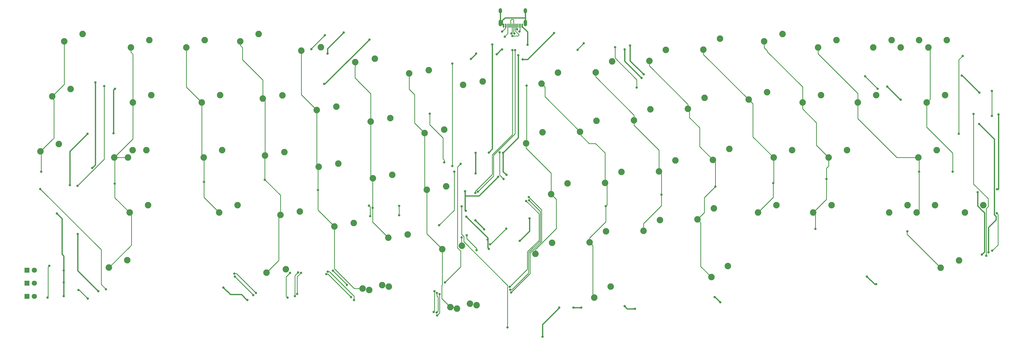
<source format=gbr>
%TF.GenerationSoftware,KiCad,Pcbnew,(5.1.6)-1*%
%TF.CreationDate,2020-07-07T18:39:20+02:00*%
%TF.ProjectId,Proyecto A,50726f79-6563-4746-9f20-412e6b696361,rev?*%
%TF.SameCoordinates,Original*%
%TF.FileFunction,Copper,L1,Top*%
%TF.FilePolarity,Positive*%
%FSLAX46Y46*%
G04 Gerber Fmt 4.6, Leading zero omitted, Abs format (unit mm)*
G04 Created by KiCad (PCBNEW (5.1.6)-1) date 2020-07-07 18:39:20*
%MOMM*%
%LPD*%
G01*
G04 APERTURE LIST*
%TA.AperFunction,ComponentPad*%
%ADD10C,2.250000*%
%TD*%
%TA.AperFunction,ComponentPad*%
%ADD11O,1.200000X1.800000*%
%TD*%
%TA.AperFunction,ComponentPad*%
%ADD12O,1.200000X2.300000*%
%TD*%
%TA.AperFunction,SMDPad,CuDef*%
%ADD13R,0.300000X1.450000*%
%TD*%
%TA.AperFunction,SMDPad,CuDef*%
%ADD14R,0.575000X1.450000*%
%TD*%
%TA.AperFunction,ComponentPad*%
%ADD15C,1.800000*%
%TD*%
%TA.AperFunction,ComponentPad*%
%ADD16R,1.800000X1.800000*%
%TD*%
%TA.AperFunction,ViaPad*%
%ADD17C,0.800000*%
%TD*%
%TA.AperFunction,Conductor*%
%ADD18C,0.381000*%
%TD*%
%TA.AperFunction,Conductor*%
%ADD19C,0.254000*%
%TD*%
G04 APERTURE END LIST*
D10*
%TO.P,K4,2*%
%TO.N,Net-(D_5-Pad2)*%
X183500686Y-6499106D03*
%TO.P,K4,1*%
%TO.N,col5*%
X176761353Y-7663362D03*
%TD*%
D11*
%TO.P,USB1,13*%
%TO.N,GND*%
X226882400Y10048000D03*
X235522400Y10048000D03*
D12*
X226882400Y5868000D03*
X235522400Y5868000D03*
D13*
%TO.P,USB1,6*%
%TO.N,Net-(R1-Pad2)*%
X231452400Y4953000D03*
%TO.P,USB1,7*%
%TO.N,Net-(R2-Pad2)*%
X230952400Y4953000D03*
%TO.P,USB1,8*%
%TO.N,Net-(R1-Pad2)*%
X230452400Y4953000D03*
%TO.P,USB1,5*%
%TO.N,Net-(R2-Pad2)*%
X231952400Y4953000D03*
%TO.P,USB1,9*%
%TO.N,Net-(USB1-Pad9)*%
X229952400Y4953000D03*
%TO.P,USB1,4*%
%TO.N,Net-(R8-Pad2)*%
X232452400Y4953000D03*
%TO.P,USB1,10*%
%TO.N,Net-(R9-Pad2)*%
X229452400Y4953000D03*
%TO.P,USB1,3*%
%TO.N,Net-(USB1-Pad3)*%
X232952400Y4953000D03*
D14*
%TO.P,USB1,2*%
%TO.N,VCC*%
X233652400Y4953000D03*
%TO.P,USB1,11*%
X228752400Y4953000D03*
%TO.P,USB1,1*%
%TO.N,GND*%
X234427400Y4953000D03*
%TO.P,USB1,12*%
X227977400Y4953000D03*
%TD*%
D15*
%TO.P,D2,2*%
%TO.N,scrol*%
X65940000Y-84260000D03*
D16*
%TO.P,D2,1*%
%TO.N,Net-(D2-Pad1)*%
X63400000Y-84260000D03*
%TD*%
D15*
%TO.P,D3,2*%
%TO.N,num*%
X65937400Y-79717000D03*
D16*
%TO.P,D3,1*%
%TO.N,Net-(D3-Pad1)*%
X63397400Y-79717000D03*
%TD*%
D10*
%TO.P,SPLIT_BKS1,2*%
%TO.N,Net-(BACKSPACE1-Pad2)*%
X381091880Y-71680D03*
%TO.P,SPLIT_BKS1,1*%
%TO.N,col14*%
X374741880Y-2611680D03*
%TD*%
%TO.P,FUNC1,2*%
%TO.N,Net-(D_61-Pad2)*%
X218660686Y-91879106D03*
%TO.P,FUNC1,1*%
%TO.N,col6*%
X211921353Y-93043362D03*
%TD*%
%TO.P,lgui1,2*%
%TO.N,Net-(D_60-Pad2)*%
X188364226Y-85429946D03*
%TO.P,lgui1,1*%
%TO.N,col4*%
X181624893Y-86594202D03*
%TD*%
%TO.P,RSHIFT2,2*%
%TO.N,Net-(D_57-Pad2)*%
X377010100Y-57244540D03*
%TO.P,RSHIFT2,1*%
%TO.N,col13*%
X370660100Y-59784540D03*
%TD*%
%TO.P,CAPS2,2*%
%TO.N,Net-(CAPS1-Pad2)*%
X99840000Y-38190000D03*
%TO.P,CAPS2,1*%
%TO.N,col1*%
X93490000Y-40730000D03*
%TD*%
%TO.P,BACKSPACE1,2*%
%TO.N,Net-(BACKSPACE1-Pad2)*%
X371530000Y-90000D03*
%TO.P,BACKSPACE1,1*%
%TO.N,col14*%
X365180000Y-2630000D03*
%TD*%
%TO.P,FUNCT1,2*%
%TO.N,Net-(D_65-Pad2)*%
X393670000Y-57220000D03*
%TO.P,FUNCT1,1*%
%TO.N,col13*%
X387320000Y-59760000D03*
%TD*%
%TO.P,RCTL1,2*%
%TO.N,Net-(D_64-Pad2)*%
X385250000Y-76350000D03*
%TO.P,RCTL1,1*%
%TO.N,col12*%
X378900000Y-78890000D03*
%TD*%
%TO.P,RALT1,2*%
%TO.N,Net-(D_63-Pad2)*%
X305425704Y-78349914D03*
%TO.P,RALT1,1*%
%TO.N,col10*%
X299742562Y-82154649D03*
%TD*%
%TO.P,space2,2*%
%TO.N,Net-(D_62-Pad2)*%
X265019784Y-85425314D03*
%TO.P,space2,1*%
%TO.N,col8*%
X259336642Y-89230049D03*
%TD*%
%TO.P,FUNC2,2*%
%TO.N,Net-(D_61-Pad2)*%
X216370686Y-91389106D03*
%TO.P,FUNC2,1*%
%TO.N,col6*%
X209631353Y-92553362D03*
%TD*%
%TO.P,SPCE2,2*%
%TO.N,Net-(D_60-Pad2)*%
X186070686Y-84949106D03*
%TO.P,SPCE2,1*%
%TO.N,col4*%
X179331353Y-86113362D03*
%TD*%
%TO.P,ALT1,2*%
%TO.N,Net-(ALT1-Pad2)*%
X152828086Y-79416106D03*
%TO.P,ALT1,1*%
%TO.N,col3*%
X146088753Y-80580362D03*
%TD*%
%TO.P,CTRL1,2*%
%TO.N,Net-(CTRL1-Pad2)*%
X98060000Y-76280000D03*
%TO.P,CTRL1,1*%
%TO.N,col1*%
X91710000Y-78820000D03*
%TD*%
%TO.P,RSHIFT1,2*%
%TO.N,Net-(D_57-Pad2)*%
X367480000Y-57270000D03*
%TO.P,RSHIFT1,1*%
%TO.N,col13*%
X361130000Y-59810000D03*
%TD*%
%TO.P,/1,2*%
%TO.N,Net-(/1-Pad2)*%
X341270000Y-57230000D03*
%TO.P,/1,1*%
%TO.N,col12*%
X334920000Y-59770000D03*
%TD*%
%TO.P,.>1,2*%
%TO.N,Net-(.>1-Pad2)*%
X322240000Y-57220000D03*
%TO.P,.>1,1*%
%TO.N,col11*%
X315890000Y-59760000D03*
%TD*%
%TO.P,\u002C<1,2*%
%TO.N,Net-(\u002C<1-Pad2)*%
X300608304Y-58362914D03*
%TO.P,\u002C<1,1*%
%TO.N,col10*%
X294925162Y-62167649D03*
%TD*%
%TO.P,M1,2*%
%TO.N,Net-(D_53-Pad2)*%
X281988304Y-62352914D03*
%TO.P,M1,1*%
%TO.N,col9*%
X276305162Y-66157649D03*
%TD*%
%TO.P,N1,2*%
%TO.N,Net-(D_52-Pad2)*%
X263368304Y-66302914D03*
%TO.P,N1,1*%
%TO.N,col8*%
X257685162Y-70107649D03*
%TD*%
%TO.P,B2,2*%
%TO.N,Net-(B2-Pad2)*%
X244708304Y-70252914D03*
%TO.P,B2,1*%
%TO.N,col7*%
X239025162Y-74057649D03*
%TD*%
%TO.P,B1,2*%
%TO.N,Net-(B1-Pad2)*%
X213550686Y-71309106D03*
%TO.P,B1,1*%
%TO.N,col6*%
X206811353Y-72473362D03*
%TD*%
%TO.P,V1,2*%
%TO.N,Net-(D_49-Pad2)*%
X194910686Y-67359106D03*
%TO.P,V1,1*%
%TO.N,col5*%
X188171353Y-68523362D03*
%TD*%
%TO.P,C8,2*%
%TO.N,Net-(C8-Pad2)*%
X176290686Y-63389106D03*
%TO.P,C8,1*%
%TO.N,col4*%
X169551353Y-64553362D03*
%TD*%
%TO.P,X1,2*%
%TO.N,Net-(D_47-Pad2)*%
X157640686Y-59439106D03*
%TO.P,X1,1*%
%TO.N,col3*%
X150901353Y-60603362D03*
%TD*%
%TO.P,Z1,2*%
%TO.N,Net-(D_46-Pad2)*%
X136140000Y-57220000D03*
%TO.P,Z1,1*%
%TO.N,col2*%
X129790000Y-59760000D03*
%TD*%
%TO.P,SHIFT1,2*%
%TO.N,Net-(D_45-Pad2)*%
X105190000Y-57230000D03*
%TO.P,SHIFT1,1*%
%TO.N,col1*%
X98840000Y-59770000D03*
%TD*%
%TO.P,RETURN1,2*%
%TO.N,Net-(D_43-Pad2)*%
X377590000Y-38200000D03*
%TO.P,RETURN1,1*%
%TO.N,col13*%
X371240000Y-40740000D03*
%TD*%
%TO.P,'1,2*%
%TO.N,Net-('1-Pad2)*%
X346640000Y-38200000D03*
%TO.P,'1,1*%
%TO.N,col12*%
X340290000Y-40740000D03*
%TD*%
%TO.P,;1,2*%
%TO.N,Net-(;1-Pad2)*%
X327600000Y-38200000D03*
%TO.P,;1,1*%
%TO.N,col11*%
X321250000Y-40740000D03*
%TD*%
%TO.P,L1,2*%
%TO.N,Net-(D_40-Pad2)*%
X305998304Y-37752914D03*
%TO.P,L1,1*%
%TO.N,col10*%
X300315162Y-41557649D03*
%TD*%
%TO.P,K11,2*%
%TO.N,Net-(D_39-Pad2)*%
X287338304Y-41742914D03*
%TO.P,K11,1*%
%TO.N,col9*%
X281655162Y-45547649D03*
%TD*%
%TO.P,J1,2*%
%TO.N,Net-(D_38-Pad2)*%
X268718304Y-45682914D03*
%TO.P,J1,1*%
%TO.N,col8*%
X263035162Y-49487649D03*
%TD*%
%TO.P,H1,2*%
%TO.N,Net-(D_37-Pad2)*%
X250068304Y-49652914D03*
%TO.P,H1,1*%
%TO.N,col7*%
X244385162Y-53457649D03*
%TD*%
%TO.P,G1,2*%
%TO.N,Net-(D_36-Pad2)*%
X208190686Y-50689106D03*
%TO.P,G1,1*%
%TO.N,col6*%
X201451353Y-51853362D03*
%TD*%
%TO.P,F2,2*%
%TO.N,Net-(D_35-Pad2)*%
X189560686Y-46749106D03*
%TO.P,F2,1*%
%TO.N,col5*%
X182821353Y-47913362D03*
%TD*%
%TO.P,D18,2*%
%TO.N,Net-(D18-Pad2)*%
X170920686Y-42799106D03*
%TO.P,D18,1*%
%TO.N,col4*%
X164181353Y-43963362D03*
%TD*%
%TO.P,S1,2*%
%TO.N,Net-(D_33-Pad2)*%
X152300686Y-38839106D03*
%TO.P,S1,1*%
%TO.N,col3*%
X145561353Y-40003362D03*
%TD*%
%TO.P,A1,2*%
%TO.N,Net-(A1-Pad2)*%
X130800000Y-38170000D03*
%TO.P,A1,1*%
%TO.N,col2*%
X124450000Y-40710000D03*
%TD*%
%TO.P,CAPS1,2*%
%TO.N,Net-(CAPS1-Pad2)*%
X104580000Y-38210000D03*
%TO.P,CAPS1,1*%
%TO.N,col1*%
X98230000Y-40750000D03*
%TD*%
%TO.P,PGDN1,2*%
%TO.N,Net-(D_30-Pad2)*%
X74430000Y-36050000D03*
%TO.P,PGDN1,1*%
%TO.N,col0*%
X68080000Y-38590000D03*
%TD*%
%TO.P,K\u005C1,2*%
%TO.N,Net-(D_29-Pad2)*%
X380490000Y-19150000D03*
%TO.P,K\u005C1,1*%
%TO.N,col14*%
X374140000Y-21690000D03*
%TD*%
%TO.P,]1,2*%
%TO.N,Net-(D_28-Pad2)*%
X356660000Y-19120000D03*
%TO.P,]1,1*%
%TO.N,col13*%
X350310000Y-21660000D03*
%TD*%
%TO.P,[1,2*%
%TO.N,Net-(D_27-Pad2)*%
X337590000Y-19150000D03*
%TO.P,[1,1*%
%TO.N,col12*%
X331240000Y-21690000D03*
%TD*%
%TO.P,P1,2*%
%TO.N,Net-(D_26-Pad2)*%
X318960000Y-18090000D03*
%TO.P,P1,1*%
%TO.N,col11*%
X312610000Y-20630000D03*
%TD*%
%TO.P,O1,2*%
%TO.N,Net-(D_25-Pad2)*%
X297368304Y-20092914D03*
%TO.P,O1,1*%
%TO.N,col10*%
X291685162Y-23897649D03*
%TD*%
%TO.P,I1,2*%
%TO.N,Net-(D_24-Pad2)*%
X278738304Y-24072914D03*
%TO.P,I1,1*%
%TO.N,col9*%
X273055162Y-27877649D03*
%TD*%
%TO.P,U2,2*%
%TO.N,Net-(D_23-Pad2)*%
X260098304Y-28032914D03*
%TO.P,U2,1*%
%TO.N,col8*%
X254415162Y-31837649D03*
%TD*%
%TO.P,Y2,2*%
%TO.N,Net-(D_22-Pad2)*%
X241458304Y-31992914D03*
%TO.P,Y2,1*%
%TO.N,col7*%
X235775162Y-35797649D03*
%TD*%
%TO.P,T1,2*%
%TO.N,Net-(D_21-Pad2)*%
X207480686Y-31069106D03*
%TO.P,T1,1*%
%TO.N,col6*%
X200741353Y-32233362D03*
%TD*%
%TO.P,R10,2*%
%TO.N,Net-(D_20-Pad2)*%
X188860686Y-27119106D03*
%TO.P,R10,1*%
%TO.N,col5*%
X182121353Y-28283362D03*
%TD*%
%TO.P,E1,2*%
%TO.N,Net-(D_19-Pad2)*%
X170230686Y-23149106D03*
%TO.P,E1,1*%
%TO.N,col4*%
X163491353Y-24313362D03*
%TD*%
%TO.P,W1,2*%
%TO.N,Net-(D_18-Pad2)*%
X151590686Y-19179106D03*
%TO.P,W1,1*%
%TO.N,col3*%
X144851353Y-20343362D03*
%TD*%
%TO.P,Q1,2*%
%TO.N,Net-(D_17-Pad2)*%
X130090000Y-19130000D03*
%TO.P,Q1,1*%
%TO.N,col2*%
X123740000Y-21670000D03*
%TD*%
%TO.P,TAB1,2*%
%TO.N,Net-(D_16-Pad2)*%
X106300000Y-19140000D03*
%TO.P,TAB1,1*%
%TO.N,col1*%
X99950000Y-21680000D03*
%TD*%
%TO.P,PGUP1,2*%
%TO.N,Net-(D_15-Pad2)*%
X78490000Y-16990000D03*
%TO.P,PGUP1,1*%
%TO.N,col0*%
X72140000Y-19530000D03*
%TD*%
%TO.P,K_14,2*%
%TO.N,Net-(D_14-Pad2)*%
X362020000Y-110000D03*
%TO.P,K_14,1*%
%TO.N,col14*%
X355670000Y-2650000D03*
%TD*%
%TO.P,=+1,2*%
%TO.N,Net-(=+1-Pad2)*%
X342950000Y-100000D03*
%TO.P,=+1,1*%
%TO.N,col13*%
X336600000Y-2640000D03*
%TD*%
%TO.P,_-1,2*%
%TO.N,Net-(D_12-Pad2)*%
X324330000Y2040000D03*
%TO.P,_-1,1*%
%TO.N,col12*%
X317980000Y-500000D03*
%TD*%
%TO.P,K10,2*%
%TO.N,Net-(D_11-Pad2)*%
X302708304Y467086D03*
%TO.P,K10,1*%
%TO.N,col11*%
X297025162Y-3337649D03*
%TD*%
%TO.P,K9,2*%
%TO.N,Net-(D_10-Pad2)*%
X284068304Y-3482914D03*
%TO.P,K9,1*%
%TO.N,col10*%
X278385162Y-7287649D03*
%TD*%
%TO.P,K8,2*%
%TO.N,Net-(D_9-Pad2)*%
X265458304Y-7412914D03*
%TO.P,K8,1*%
%TO.N,col9*%
X259775162Y-11217649D03*
%TD*%
%TO.P,K7,2*%
%TO.N,Net-(D_8-Pad2)*%
X246808304Y-11372914D03*
%TO.P,K7,1*%
%TO.N,col8*%
X241125162Y-15177649D03*
%TD*%
%TO.P,K6,2*%
%TO.N,Net-(D_7-Pad2)*%
X220770686Y-14409106D03*
%TO.P,K6,1*%
%TO.N,col7*%
X214031353Y-15573362D03*
%TD*%
%TO.P,k5,2*%
%TO.N,Net-(D_6-Pad2)*%
X202150686Y-10459106D03*
%TO.P,k5,1*%
%TO.N,col6*%
X195411353Y-11623362D03*
%TD*%
%TO.P,K3,2*%
%TO.N,Net-(D_4-Pad2)*%
X164880686Y-2529106D03*
%TO.P,K3,1*%
%TO.N,col4*%
X158141353Y-3693362D03*
%TD*%
%TO.P,K2,2*%
%TO.N,Net-(D_3-Pad2)*%
X143370000Y2080000D03*
%TO.P,K2,1*%
%TO.N,col3*%
X137020000Y-460000D03*
%TD*%
%TO.P,K1,2*%
%TO.N,Net-(D_2-Pad2)*%
X124740000Y-90000D03*
%TO.P,K1,1*%
%TO.N,col2*%
X118390000Y-2630000D03*
%TD*%
%TO.P,KK0,2*%
%TO.N,Net-(D_1-Pad2)*%
X105680000Y-70000D03*
%TO.P,KK0,1*%
%TO.N,col1*%
X99330000Y-2610000D03*
%TD*%
%TO.P,Esc1,2*%
%TO.N,Net-(D_0-Pad2)*%
X82650000Y2060000D03*
%TO.P,Esc1,1*%
%TO.N,col0*%
X76300000Y-480000D03*
%TD*%
D15*
%TO.P,D1,2*%
%TO.N,caps*%
X65937400Y-88767000D03*
D16*
%TO.P,D1,1*%
%TO.N,Net-(D1-Pad1)*%
X63397400Y-88767000D03*
%TD*%
D17*
%TO.N,GND*%
X227832920Y-39118540D03*
X228959305Y-46724921D03*
X84282280Y-32534860D03*
X78247240Y-50258980D03*
X76106020Y-79799180D03*
X76128880Y-83987640D03*
X76126340Y-88747600D03*
X395409980Y-73577000D03*
X218204762Y-62441802D03*
X221300040Y-65600580D03*
X233067860Y-5297230D03*
X236245400Y-1651000D03*
X360451400Y-16129000D03*
X365150400Y-20701000D03*
%TO.N,+5V*%
X218327400Y-46187000D03*
X218298165Y-39082764D03*
X222927400Y-38987000D03*
X224127400Y-1587000D03*
X214727400Y-52387000D03*
X214927400Y-59187000D03*
X215127400Y-61187000D03*
X222927400Y-72387000D03*
X233527400Y-69587000D03*
X236927400Y-61788648D03*
X226127400Y-47387000D03*
%TO.N,GND*%
X269773400Y-92202000D03*
X273329400Y-93091000D03*
X300888400Y-89027000D03*
X302793400Y-90805000D03*
X353466400Y-81915000D03*
X356641400Y-84582000D03*
X392201400Y-29083000D03*
X275615400Y-13208000D03*
X269773400Y-3302000D03*
X227482400Y-3302000D03*
X225577400Y-4953000D03*
X218465400Y-4699000D03*
X216687400Y-6604000D03*
X181635400Y127000D03*
X166014400Y-15240000D03*
X93751400Y-16891000D03*
X93314520Y-32313880D03*
X73685400Y-60071000D03*
X131216400Y-85725000D03*
X139471400Y-90043000D03*
X241452400Y-102743000D03*
X254787400Y-92710000D03*
X247167400Y-92710000D03*
X252120400Y-92710000D03*
%TO.N,+5V*%
X393169140Y-74300080D03*
X222455740Y-69204127D03*
X398932400Y-25781000D03*
X398424400Y-51689000D03*
X391693400Y-52705000D03*
X392328400Y-18288000D03*
X386232400Y-12319000D03*
X276377400Y-11938000D03*
X271678400Y-1905000D03*
X245389400Y2413000D03*
X234594400Y-6731000D03*
X172745400Y2540000D03*
X167157400Y-4699000D03*
X87020400Y-14732000D03*
X85934826Y-44380426D03*
X80924400Y-67183000D03*
X88036400Y-86995000D03*
%TO.N,caps*%
X236684820Y-54401720D03*
X230616760Y-87447120D03*
X205864460Y-88071960D03*
X205038960Y-95410020D03*
X158005780Y-80682099D03*
X156712920Y-87975440D03*
X71114920Y-78247240D03*
X70520560Y-89222580D03*
X135011977Y-80925039D03*
X142501600Y-87664990D03*
X175285400Y-89027000D03*
X166790575Y-81097673D03*
%TO.N,num*%
X236758257Y-55503291D03*
X230229300Y-86525232D03*
X204971410Y-87622000D03*
X204860383Y-94426092D03*
X157017738Y-80527900D03*
X155969624Y-88702440D03*
X135153400Y-81915000D03*
X141503400Y-88392000D03*
X176338298Y-90043000D03*
X167284400Y-80228098D03*
%TO.N,UNDERGLOW*%
X229377240Y-99547680D03*
X213527640Y-57660540D03*
%TO.N,Net-(D5-Pad2)*%
X166268400Y1651000D03*
X161569400Y-3175000D03*
%TO.N,Net-(D16-Pad2)*%
X255676400Y-1143000D03*
X253517400Y-3429000D03*
%TO.N,Net-(D10-Pad4)*%
X394682980Y-74764900D03*
X390296400Y-25654000D03*
%TO.N,Net-(D11-Pad4)*%
X80797400Y-50546000D03*
X90068400Y-16002000D03*
%TO.N,Net-(D10-Pad2)*%
X352831400Y-12573000D03*
X357149400Y-16940989D03*
X396646400Y-17653000D03*
X396646400Y-26289000D03*
%TO.N,Net-(D11-Pad2)*%
X67985640Y-51648360D03*
X90650060Y-86329520D03*
%TO.N,Net-(D14-Pad2)*%
X273964400Y-16510000D03*
X266471400Y-2511490D03*
%TO.N,row0*%
X210327400Y-43678989D03*
X210327400Y-8187000D03*
%TO.N,row1*%
X207527400Y-42387000D03*
X202527400Y-25587000D03*
%TO.N,row2*%
X386557520Y-5539740D03*
X385246880Y-32499300D03*
%TO.N,row3*%
X210927400Y-45587000D03*
X205727400Y-64187000D03*
X218709240Y-72778620D03*
X215300560Y-67612260D03*
%TO.N,row4*%
X213127400Y-42951989D03*
X207727400Y-83987000D03*
X396727400Y-72987000D03*
X398327400Y-59987000D03*
%TO.N,VCC*%
X227482400Y2921000D03*
X233451400Y2921000D03*
%TO.N,col0*%
X191927400Y-60730040D03*
X191927400Y-57460000D03*
X181527400Y-57387000D03*
X181927400Y-61003031D03*
X68327400Y-45587000D03*
%TO.N,col1*%
X93727400Y-49787000D03*
%TO.N,col2*%
X124527400Y-49187000D03*
%TO.N,col3*%
X145527400Y-48387000D03*
%TO.N,col4*%
X163927400Y-51987000D03*
%TO.N,col5*%
X182727400Y-58187000D03*
%TO.N,col6*%
X228927400Y-65387000D03*
X223327400Y-70785127D03*
%TO.N,col7*%
X235960920Y-15854680D03*
%TO.N,col8*%
X263327400Y-57587000D03*
%TO.N,col9*%
X282527400Y-53587000D03*
%TO.N,col10*%
X301127400Y-50787000D03*
%TO.N,col11*%
X321127400Y-49587000D03*
%TO.N,col12*%
X339527400Y-48187000D03*
X367388140Y-66255900D03*
X335694020Y-65460880D03*
%TO.N,col13*%
X371527400Y-45587000D03*
%TO.N,col14*%
X383127400Y-45587000D03*
%TO.N,Net-(R1-Pad2)*%
X231673400Y2194000D03*
%TO.N,D+*%
X219127400Y-52587000D03*
X231985358Y-3590697D03*
%TO.N,Net-(R2-Pad2)*%
X230673397Y2194000D03*
X231038400Y1397000D03*
%TO.N,D-*%
X218232971Y-53034214D03*
X230987375Y-3527025D03*
%TO.N,Net-(R3-Pad2)*%
X226612837Y-38929697D03*
X227991652Y-48177500D03*
%TO.N,Net-(R8-Pad2)*%
X232645820Y3648789D03*
%TO.N,Net-(R9-Pad2)*%
X228371400Y1143000D03*
%TO.N,Net-(B1-Pad2)*%
X213527400Y-68387000D03*
%TO.N,scrol*%
X235803474Y-55800598D03*
X230104240Y-85533081D03*
X204143698Y-87060843D03*
X203855320Y-94229010D03*
X154254200Y-80682099D03*
X84366100Y-89538100D03*
X81127600Y-86583520D03*
X153360829Y-89252490D03*
X169062400Y-79883000D03*
X173888400Y-84836000D03*
%TD*%
D18*
%TO.N,GND*%
X227832920Y-39118540D02*
X227832920Y-45598536D01*
X227832920Y-45598536D02*
X228959305Y-46724921D01*
X84282280Y-32534860D02*
X78247240Y-38569900D01*
X78247240Y-38569900D02*
X78247240Y-50258980D01*
X76106020Y-74805540D02*
X76106020Y-79799180D01*
X76106020Y-79799180D02*
X76106020Y-83964780D01*
X76106020Y-83964780D02*
X76128880Y-83987640D01*
X76128880Y-83987640D02*
X76128880Y-88745060D01*
X76128880Y-88745060D02*
X76126340Y-88747600D01*
X218204762Y-62441802D02*
X221300040Y-65537080D01*
X221300040Y-65537080D02*
X221300040Y-65600580D01*
X233067860Y-33883600D02*
X227832920Y-39118540D01*
X233067860Y-5297230D02*
X233067860Y-33883600D01*
X226882400Y10048000D02*
X226882400Y5868000D01*
X227062400Y5868000D02*
X227977400Y4953000D01*
X226882400Y5868000D02*
X227062400Y5868000D01*
X235522400Y5868000D02*
X235522400Y10048000D01*
X234427400Y4953000D02*
X234427400Y4612000D01*
X234427400Y4612000D02*
X236245400Y2794000D01*
X236245400Y2794000D02*
X236245400Y-1651000D01*
X235291889Y7629511D02*
X235522400Y7399000D01*
X235522400Y7399000D02*
X235522400Y5868000D01*
X227596899Y6741441D02*
X228484969Y7629511D01*
X227596899Y5333501D02*
X227596899Y6741441D01*
X228484969Y7629511D02*
X235291889Y7629511D01*
X227977400Y4953000D02*
X227596899Y5333501D01*
X360451400Y-16129000D02*
X365023400Y-20701000D01*
X365023400Y-20701000D02*
X365150400Y-20701000D01*
%TO.N,+5V*%
X218327400Y-46187000D02*
X218327400Y-39111999D01*
X218327400Y-39111999D02*
X218298165Y-39082764D01*
X222927400Y-38987000D02*
X224127400Y-37787000D01*
X214727400Y-58987000D02*
X214927400Y-59187000D01*
X215127400Y-61187000D02*
X222527400Y-68587000D01*
X222527400Y-71987000D02*
X222927400Y-72387000D01*
X233527400Y-69587000D02*
X236927400Y-66187000D01*
X236927400Y-66187000D02*
X236927400Y-61788648D01*
X214727400Y-53987000D02*
X214727400Y-58987000D01*
X214727400Y-53987000D02*
X216327400Y-53987000D01*
X214727400Y-52387000D02*
X214727400Y-53987000D01*
X216327400Y-53987000D02*
X219527400Y-53987000D01*
X219527400Y-53987000D02*
X226127400Y-47387000D01*
X224127400Y-4820580D02*
X224127400Y-1587000D01*
X224127400Y-37787000D02*
X224127400Y-4820580D01*
%TO.N,GND*%
X269773400Y-92202000D02*
X270662400Y-93091000D01*
X270662400Y-93091000D02*
X273329400Y-93091000D01*
X300888400Y-89027000D02*
X301015400Y-89027000D01*
X301015400Y-89027000D02*
X302793400Y-90805000D01*
X353466400Y-81915000D02*
X356133400Y-84582000D01*
X356133400Y-84582000D02*
X356641400Y-84582000D01*
X395409980Y-64972962D02*
X395409980Y-73577000D01*
X397475501Y-34357101D02*
X397475501Y-60519101D01*
X392201400Y-29083000D02*
X397475501Y-34357101D01*
X398043400Y-62339542D02*
X395409980Y-64972962D01*
X397475501Y-60519101D02*
X398043400Y-61087000D01*
X398043400Y-61087000D02*
X398043400Y-62339542D01*
X275615400Y-13208000D02*
X269773400Y-7366000D01*
X269773400Y-7366000D02*
X269773400Y-3302000D01*
X227482400Y-3302000D02*
X227228400Y-3302000D01*
X227228400Y-3302000D02*
X225577400Y-4953000D01*
X218465400Y-4699000D02*
X218465400Y-4826000D01*
X218465400Y-4826000D02*
X216687400Y-6604000D01*
X181635400Y127000D02*
X166268400Y-15240000D01*
X166268400Y-15240000D02*
X166014400Y-15240000D01*
X93751400Y-16891000D02*
X93314520Y-17327880D01*
X93314520Y-17327880D02*
X93314520Y-32313880D01*
X73685400Y-60071000D02*
X75463400Y-61849000D01*
X75463400Y-74162920D02*
X76106020Y-74805540D01*
X75463400Y-61849000D02*
X75463400Y-74162920D01*
X131216400Y-85725000D02*
X133629400Y-88138000D01*
X133629400Y-88138000D02*
X137439400Y-88138000D01*
X137439400Y-88138000D02*
X139344400Y-90043000D01*
X139344400Y-90043000D02*
X139471400Y-90043000D01*
X241452400Y-102743000D02*
X241452400Y-98552000D01*
X241452400Y-98552000D02*
X247294400Y-92710000D01*
X247294400Y-92710000D02*
X247167400Y-92710000D01*
X252120400Y-92710000D02*
X254787400Y-92710000D01*
%TO.N,+5V*%
X222510367Y-69149500D02*
X222455740Y-69204127D01*
X222527400Y-69149500D02*
X222510367Y-69149500D01*
X222527400Y-69149500D02*
X222527400Y-71987000D01*
X222527400Y-68587000D02*
X222527400Y-69149500D01*
X398932400Y-25781000D02*
X398932400Y-51562000D01*
X398932400Y-51562000D02*
X398805400Y-51689000D01*
X398805400Y-51689000D02*
X398424400Y-51689000D01*
X393514401Y-73954819D02*
X393169140Y-74300080D01*
X394106400Y-73362820D02*
X393514401Y-73954819D01*
X391693400Y-52705000D02*
X391693400Y-57486342D01*
X393514401Y-59307343D02*
X393596743Y-59307343D01*
X391693400Y-57486342D02*
X393514401Y-59307343D01*
X393596743Y-59307343D02*
X394106400Y-59817000D01*
X394106400Y-59817000D02*
X394106400Y-73362820D01*
X392328400Y-18288000D02*
X386359400Y-12319000D01*
X386359400Y-12319000D02*
X386232400Y-12319000D01*
X276377400Y-11938000D02*
X271678400Y-7239000D01*
X271678400Y-7239000D02*
X271678400Y-1905000D01*
X245389400Y2413000D02*
X236245400Y-6731000D01*
X236245400Y-6731000D02*
X234594400Y-6731000D01*
X172745400Y2540000D02*
X167157400Y-3048000D01*
X167157400Y-3048000D02*
X167157400Y-4699000D01*
X87020400Y-14732000D02*
X87020400Y-43294852D01*
X87020400Y-43294852D02*
X85934826Y-44380426D01*
X80924400Y-67183000D02*
X80924400Y-79883000D01*
X80924400Y-79883000D02*
X88036400Y-86995000D01*
D19*
%TO.N,caps*%
X236684820Y-54401720D02*
X241124740Y-58841640D01*
X241124740Y-58841640D02*
X241124740Y-69771814D01*
X238292640Y-72641209D02*
X237109000Y-73824849D01*
X241124740Y-69771814D02*
X238292640Y-72603914D01*
X238292640Y-72603914D02*
X238292640Y-72641209D01*
X237109000Y-73824849D02*
X237109000Y-80954880D01*
X237109000Y-80954880D02*
X230616760Y-87447120D01*
X205864460Y-88071960D02*
X205864460Y-94584520D01*
X205864460Y-94584520D02*
X205038960Y-95410020D01*
X158005780Y-80682099D02*
X156712920Y-81974959D01*
X156712920Y-81974959D02*
X156712920Y-87975440D01*
X71114920Y-78247240D02*
X70657720Y-78704440D01*
X70657720Y-78704440D02*
X70657720Y-89085420D01*
X70657720Y-89085420D02*
X70520560Y-89222580D01*
X135011977Y-80925039D02*
X135761649Y-80925039D01*
X135761649Y-80925039D02*
X142501600Y-87664990D01*
X175285400Y-89027000D02*
X167356073Y-81097673D01*
X167356073Y-81097673D02*
X166790575Y-81097673D01*
%TO.N,num*%
X236758257Y-55503291D02*
X240670730Y-59415764D01*
X240670730Y-59415764D02*
X240670730Y-69583758D01*
X237838630Y-72415857D02*
X237838630Y-72453153D01*
X240670730Y-69583758D02*
X237838630Y-72415857D01*
X237838630Y-72453153D02*
X236654990Y-73636792D01*
X236654990Y-73636792D02*
X236654990Y-80766824D01*
X236654990Y-80766824D02*
X230896582Y-86525232D01*
X230896582Y-86525232D02*
X230229300Y-86525232D01*
X204971410Y-87622000D02*
X204971410Y-88623520D01*
X204971410Y-88623520D02*
X205410450Y-89062560D01*
X205410450Y-89062560D02*
X205410450Y-93876025D01*
X205410450Y-93876025D02*
X204860383Y-94426092D01*
X157017738Y-80527900D02*
X155969624Y-81576014D01*
X155969624Y-81576014D02*
X155969624Y-88702440D01*
X135153400Y-81915000D02*
X141503400Y-88265000D01*
X141503400Y-88265000D02*
X141503400Y-88392000D01*
X176338298Y-88716311D02*
X167850085Y-80228098D01*
X167850085Y-80228098D02*
X167284400Y-80228098D01*
X176338298Y-90043000D02*
X176338298Y-88716311D01*
%TO.N,UNDERGLOW*%
X229377240Y-84986698D02*
X214254401Y-69863859D01*
X214254401Y-69863859D02*
X214254401Y-68038039D01*
X214254401Y-68038039D02*
X213527640Y-67311278D01*
X229377240Y-99547680D02*
X229377240Y-84986698D01*
X213527640Y-67311278D02*
X213527640Y-57660540D01*
%TO.N,Net-(D5-Pad2)*%
X166268400Y1651000D02*
X161569400Y-3048000D01*
X161569400Y-3048000D02*
X161569400Y-3175000D01*
%TO.N,Net-(D16-Pad2)*%
X255676400Y-1143000D02*
X253517400Y-3302000D01*
X253517400Y-3302000D02*
X253517400Y-3429000D01*
%TO.N,Net-(D10-Pad4)*%
X395341008Y-57697954D02*
X394682980Y-58355982D01*
X395341008Y-54955608D02*
X395341008Y-57697954D01*
X390296400Y-25654000D02*
X390296400Y-49911000D01*
X394682980Y-58355982D02*
X394682980Y-74764900D01*
X390296400Y-49911000D02*
X395341008Y-54955608D01*
%TO.N,Net-(D11-Pad4)*%
X90068400Y-41275000D02*
X90068400Y-16002000D01*
X80797400Y-50546000D02*
X90068400Y-41275000D01*
%TO.N,Net-(D10-Pad2)*%
X352831400Y-12573000D02*
X357149400Y-16891000D01*
X357149400Y-16891000D02*
X357149400Y-16940989D01*
X396646400Y-17653000D02*
X396646400Y-26289000D01*
%TO.N,Net-(D11-Pad2)*%
X67985640Y-51648360D02*
X89001600Y-72664320D01*
X89001600Y-84681060D02*
X90650060Y-86329520D01*
X89001600Y-72664320D02*
X89001600Y-84681060D01*
%TO.N,Net-(D14-Pad2)*%
X273964400Y-13770048D02*
X266471400Y-6277048D01*
X266471400Y-6277048D02*
X266471400Y-2511490D01*
X273964400Y-16510000D02*
X273964400Y-13770048D01*
%TO.N,row0*%
X210327400Y-43678989D02*
X210327400Y-8187000D01*
%TO.N,row1*%
X207527400Y-41640000D02*
X207527400Y-42387000D01*
X207035400Y-41148000D02*
X207527400Y-41640000D01*
X207035400Y-33909000D02*
X207035400Y-41148000D01*
X202527400Y-25587000D02*
X202527400Y-29401000D01*
X202527400Y-29401000D02*
X207035400Y-33909000D01*
%TO.N,row2*%
X386557520Y-5539740D02*
X385246880Y-6850380D01*
X385246880Y-6850380D02*
X385246880Y-32499300D01*
%TO.N,row3*%
X210927400Y-45587000D02*
X210927400Y-58987000D01*
X210927400Y-58987000D02*
X205727400Y-64187000D01*
X215300560Y-68804255D02*
X215300560Y-67612260D01*
X218709240Y-72778620D02*
X218709240Y-72212935D01*
X218709240Y-72212935D02*
X215300560Y-68804255D01*
%TO.N,row4*%
X212098685Y-43980704D02*
X212098685Y-72006067D01*
X213127400Y-42951989D02*
X212098685Y-43980704D01*
X212098685Y-72006067D02*
X213127400Y-73034782D01*
X213127400Y-73034782D02*
X213127400Y-78587000D01*
X213127400Y-78587000D02*
X207727400Y-83987000D01*
X396727400Y-72987000D02*
X398727399Y-70987001D01*
X398727399Y-60386999D02*
X398327400Y-59987000D01*
X398727399Y-70987001D02*
X398727399Y-60386999D01*
%TO.N,VCC*%
X228752400Y4953000D02*
X228752400Y4191000D01*
X228752400Y4191000D02*
X227482400Y2921000D01*
X233652400Y4953000D02*
X233652400Y3122000D01*
X233652400Y3122000D02*
X233451400Y2921000D01*
%TO.N,col0*%
X191927400Y-60730040D02*
X191927400Y-57460000D01*
X181527400Y-57387000D02*
X181927400Y-57787000D01*
X181927400Y-57787000D02*
X181927400Y-61003031D01*
X68327400Y-38837400D02*
X68080000Y-38590000D01*
X68327400Y-45587000D02*
X68327400Y-38837400D01*
X68080000Y-38590000D02*
X72140000Y-34530000D01*
X76300000Y-15370000D02*
X76300000Y-480000D01*
X72140000Y-19530000D02*
X76300000Y-15370000D01*
X72140000Y-19530000D02*
X72140000Y-20171600D01*
X72140000Y-20171600D02*
X72669400Y-20701000D01*
X72669400Y-34000600D02*
X72140000Y-34530000D01*
X72669400Y-20701000D02*
X72669400Y-34000600D01*
%TO.N,col1*%
X93727400Y-40967400D02*
X93490000Y-40730000D01*
X93727400Y-49787000D02*
X93727400Y-40967400D01*
X99950000Y-34270000D02*
X99950000Y-21680000D01*
X93490000Y-40730000D02*
X99950000Y-34270000D01*
X99950000Y-4905066D02*
X99330000Y-4285066D01*
X99330000Y-4285066D02*
X99330000Y-2610000D01*
X99950000Y-21680000D02*
X99950000Y-4905066D01*
X93727400Y-54657400D02*
X98840000Y-59770000D01*
X93727400Y-49787000D02*
X93727400Y-54657400D01*
X98210000Y-40730000D02*
X98230000Y-40750000D01*
X93490000Y-40730000D02*
X98210000Y-40730000D01*
X91710000Y-78820000D02*
X98840000Y-71690000D01*
X98840000Y-59770000D02*
X98840000Y-60079600D01*
X98840000Y-60079600D02*
X99466400Y-60706000D01*
X99466400Y-71063600D02*
X98840000Y-71690000D01*
X99466400Y-60706000D02*
X99466400Y-71063600D01*
%TO.N,col2*%
X124527400Y-40787400D02*
X124450000Y-40710000D01*
X124527400Y-49187000D02*
X124527400Y-40787400D01*
X118390000Y-16320000D02*
X123740000Y-21670000D01*
X118390000Y-2630000D02*
X118390000Y-16320000D01*
X123740000Y-40000000D02*
X124450000Y-40710000D01*
X123740000Y-21670000D02*
X123740000Y-40000000D01*
X124527400Y-54497400D02*
X129790000Y-59760000D01*
X124527400Y-49187000D02*
X124527400Y-54497400D01*
%TO.N,col3*%
X145527400Y-40037315D02*
X145561353Y-40003362D01*
X145527400Y-48387000D02*
X145527400Y-40037315D01*
X150333011Y-61171704D02*
X150901353Y-60603362D01*
X150333011Y-76336104D02*
X150333011Y-61171704D01*
X146088753Y-80580362D02*
X150333011Y-76336104D01*
X150901353Y-53760953D02*
X145527400Y-48387000D01*
X150901353Y-60603362D02*
X150901353Y-53760953D01*
X145561353Y-21053362D02*
X144851353Y-20343362D01*
X145561353Y-40003362D02*
X145561353Y-21053362D01*
X137820400Y-6880000D02*
X144851353Y-13910953D01*
X144851353Y-13910953D02*
X144851353Y-20343362D01*
X137820400Y-2667000D02*
X137820400Y-6880000D01*
X137020000Y-460000D02*
X137020000Y-1866600D01*
X137020000Y-1866600D02*
X137820400Y-2667000D01*
%TO.N,col4*%
X163927400Y-44217315D02*
X164181353Y-43963362D01*
X163927400Y-51987000D02*
X163927400Y-44217315D01*
X158141353Y-18963362D02*
X163491353Y-24313362D01*
X158141353Y-3693362D02*
X158141353Y-18963362D01*
X163491353Y-43273362D02*
X164181353Y-43963362D01*
X163491353Y-24313362D02*
X163491353Y-43273362D01*
X163927400Y-58929409D02*
X169551353Y-64553362D01*
X163927400Y-51987000D02*
X163927400Y-58929409D01*
X176438726Y-86113362D02*
X179331353Y-86113362D01*
X169551353Y-79225989D02*
X176438726Y-86113362D01*
X169551353Y-64553362D02*
X169551353Y-79225989D01*
%TO.N,col5*%
X182727400Y-48007315D02*
X182821353Y-47913362D01*
X182727400Y-58187000D02*
X182727400Y-48007315D01*
X182727400Y-63079409D02*
X188171353Y-68523362D01*
X182727400Y-58187000D02*
X182727400Y-63079409D01*
X182821353Y-28983362D02*
X182121353Y-28283362D01*
X182121353Y-28283362D02*
X182121353Y-18601233D01*
X182121353Y-18601233D02*
X177639099Y-14118979D01*
X182121353Y-47213362D02*
X182821353Y-47913362D01*
X182121353Y-28283362D02*
X182121353Y-47213362D01*
X176761353Y-9254352D02*
X176682400Y-9333305D01*
X176761353Y-7663362D02*
X176761353Y-9254352D01*
X176682400Y-9333305D02*
X176682400Y-13081000D01*
X177639099Y-14037699D02*
X177639099Y-14118979D01*
X176682400Y-13081000D02*
X177639099Y-14037699D01*
%TO.N,col6*%
X228927400Y-65387000D02*
X223529273Y-70785127D01*
X223529273Y-70785127D02*
X223327400Y-70785127D01*
X206811353Y-72473362D02*
X202329099Y-67991108D01*
X201451353Y-32943362D02*
X200741353Y-32233362D01*
X206811353Y-72473362D02*
X206811353Y-84903047D01*
X206659009Y-89581018D02*
X209631353Y-92553362D01*
X206659009Y-85055391D02*
X206659009Y-89581018D01*
X206811353Y-84903047D02*
X206659009Y-85055391D01*
X211431353Y-92553362D02*
X211921353Y-93043362D01*
X209631353Y-92553362D02*
X211431353Y-92553362D01*
X200741353Y-51143362D02*
X201451353Y-51853362D01*
X200741353Y-32233362D02*
X200741353Y-51143362D01*
X195411353Y-11623362D02*
X195411353Y-17077953D01*
X195411353Y-17077953D02*
X197256400Y-18923000D01*
X197256400Y-28748409D02*
X200741353Y-32233362D01*
X197256400Y-18923000D02*
X197256400Y-28748409D01*
X201451353Y-67113362D02*
X202329099Y-67991108D01*
X201451353Y-51853362D02*
X201451353Y-67113362D01*
%TO.N,col7*%
X244385162Y-53457649D02*
X244385162Y-46125462D01*
X235775162Y-37515462D02*
X235775162Y-35797649D01*
X244385162Y-46125462D02*
X235775162Y-37515462D01*
X235960920Y-35611891D02*
X235775162Y-35797649D01*
X235960920Y-15854680D02*
X235960920Y-35611891D01*
X246160305Y-55232792D02*
X246160305Y-65378315D01*
X244385162Y-53457649D02*
X246160305Y-55232792D01*
X239025162Y-72513458D02*
X239025162Y-74057649D01*
X246160305Y-65378315D02*
X239025162Y-72513458D01*
%TO.N,col8*%
X263727399Y-50179886D02*
X263035162Y-49487649D01*
X263727399Y-57187001D02*
X263727399Y-50179886D01*
X263327400Y-57587000D02*
X263727399Y-57187001D01*
X263035162Y-49487649D02*
X263035162Y-39151178D01*
X254415162Y-32710096D02*
X254415162Y-31837649D01*
X257555967Y-35850901D02*
X254415162Y-32710096D01*
X259734885Y-35850901D02*
X257555967Y-35850901D01*
X263035162Y-39151178D02*
X259734885Y-35850901D01*
X242250161Y-16302648D02*
X241125162Y-15177649D01*
X242250161Y-19672648D02*
X242250161Y-16302648D01*
X254415162Y-31837649D02*
X242250161Y-19672648D01*
X263327400Y-57587000D02*
X263327400Y-62958460D01*
X257685162Y-68600698D02*
X257685162Y-70107649D01*
X263327400Y-62958460D02*
X257685162Y-68600698D01*
X258810161Y-88703568D02*
X259336642Y-89230049D01*
X258810161Y-71232648D02*
X258810161Y-88703568D01*
X257685162Y-70107649D02*
X258810161Y-71232648D01*
%TO.N,col9*%
X282527400Y-46419887D02*
X281655162Y-45547649D01*
X282527400Y-53587000D02*
X282527400Y-46419887D01*
X273055162Y-26088639D02*
X273055162Y-27877649D01*
X259775162Y-12808639D02*
X273055162Y-26088639D01*
X259775162Y-11217649D02*
X259775162Y-12808639D01*
X281655162Y-38161381D02*
X281655162Y-45547649D01*
X273055162Y-29561381D02*
X281655162Y-38161381D01*
X273055162Y-27877649D02*
X273055162Y-29561381D01*
X282527400Y-53587000D02*
X282527400Y-57355080D01*
X276305162Y-63577318D02*
X276305162Y-66157649D01*
X282527400Y-57355080D02*
X276305162Y-63577318D01*
%TO.N,col10*%
X301127400Y-42369887D02*
X300315162Y-41557649D01*
X301127400Y-50787000D02*
X301127400Y-42369887D01*
X296050161Y-78462248D02*
X296050161Y-63292648D01*
X296050161Y-63292648D02*
X294925162Y-62167649D01*
X299742562Y-82154649D02*
X296050161Y-78462248D01*
X294925162Y-62167649D02*
X297314620Y-59778191D01*
X297314620Y-54599780D02*
X301127400Y-50787000D01*
X297314620Y-59778191D02*
X297314620Y-54599780D01*
X300315162Y-41557649D02*
X295686480Y-36928967D01*
X292173011Y-24385498D02*
X291685162Y-23897649D01*
X292173011Y-26913191D02*
X292173011Y-24385498D01*
X295686480Y-30426660D02*
X292173011Y-26913191D01*
X295686480Y-36928967D02*
X295686480Y-30426660D01*
X278385162Y-9006659D02*
X278385162Y-7287649D01*
X291685162Y-22306659D02*
X278385162Y-9006659D01*
X291685162Y-23897649D02*
X291685162Y-22306659D01*
%TO.N,col11*%
X321250000Y-49464400D02*
X321250000Y-40740000D01*
X321127400Y-49587000D02*
X321250000Y-49464400D01*
X321127400Y-54522600D02*
X315890000Y-59760000D01*
X321127400Y-49587000D02*
X321127400Y-54522600D01*
X314099099Y-22119099D02*
X312610000Y-20630000D01*
X314099099Y-33589099D02*
X314099099Y-22119099D01*
X321250000Y-40740000D02*
X314099099Y-33589099D01*
X297025162Y-5045162D02*
X297025162Y-3337649D01*
X312610000Y-20630000D02*
X297025162Y-5045162D01*
%TO.N,col12*%
X340290000Y-43719401D02*
X340290000Y-40740000D01*
X339527400Y-44482001D02*
X340290000Y-43719401D01*
X339527400Y-48187000D02*
X339527400Y-44482001D01*
X317980000Y-2664934D02*
X318998600Y-3683534D01*
X317980000Y-500000D02*
X317980000Y-2664934D01*
X318998600Y-3683534D02*
X318998600Y-4030980D01*
X331240000Y-16272380D02*
X331240000Y-21690000D01*
X318998600Y-4030980D02*
X331240000Y-16272380D01*
X331240000Y-23854934D02*
X336054700Y-28669634D01*
X331240000Y-21690000D02*
X331240000Y-23854934D01*
X336054700Y-36504700D02*
X340290000Y-40740000D01*
X336054700Y-28669634D02*
X336054700Y-36504700D01*
X339527400Y-55162600D02*
X334920000Y-59770000D01*
X339527400Y-48187000D02*
X339527400Y-55162600D01*
X378900000Y-78890000D02*
X367347500Y-67337500D01*
X367347500Y-67337500D02*
X367347500Y-66296540D01*
X367347500Y-66296540D02*
X367388140Y-66255900D01*
X335694020Y-60544020D02*
X334920000Y-59770000D01*
X335694020Y-65460880D02*
X335694020Y-60544020D01*
%TO.N,col13*%
X371527400Y-41027400D02*
X371240000Y-40740000D01*
X371527400Y-45587000D02*
X371527400Y-41027400D01*
X350310000Y-18514934D02*
X350310000Y-21660000D01*
X336600000Y-4804934D02*
X350310000Y-18514934D01*
X336600000Y-2640000D02*
X336600000Y-4804934D01*
X350310000Y-21660000D02*
X350310000Y-27288040D01*
X363761960Y-40740000D02*
X371240000Y-40740000D01*
X350310000Y-27288040D02*
X363761960Y-40740000D01*
X371527400Y-58917240D02*
X370660100Y-59784540D01*
X371527400Y-45587000D02*
X371527400Y-58917240D01*
%TO.N,col14*%
X383127400Y-45587000D02*
X383127400Y-39187000D01*
X374140000Y-30199600D02*
X374140000Y-21690000D01*
X383127400Y-39187000D02*
X374140000Y-30199600D01*
X375272001Y-3141801D02*
X374741880Y-2611680D01*
X375272001Y-20557999D02*
X375272001Y-3141801D01*
X374140000Y-21690000D02*
X375272001Y-20557999D01*
%TO.N,Net-(R1-Pad2)*%
X231673400Y2194000D02*
X231429401Y2437999D01*
X231429401Y4930001D02*
X231452400Y4953000D01*
X231429401Y2437999D02*
X231429401Y4930001D01*
X231452400Y6952000D02*
X231452400Y4953000D01*
X230657400Y7112000D02*
X231292400Y7112000D01*
X231292400Y7112000D02*
X231452400Y6952000D01*
X230452400Y4953000D02*
X230452400Y6907000D01*
X230452400Y6907000D02*
X230657400Y7112000D01*
%TO.N,D+*%
X224527400Y-47187000D02*
X224527400Y-39987000D01*
X231985358Y-32529042D02*
X231985358Y-3590697D01*
X224527400Y-39987000D02*
X231985358Y-32529042D01*
X219127400Y-52587000D02*
X224527400Y-47187000D01*
%TO.N,Net-(R2-Pad2)*%
X230952400Y2473003D02*
X230952400Y4953000D01*
X230673397Y2194000D02*
X230952400Y2473003D01*
X231952400Y4953000D02*
X231952400Y4031333D01*
X231918818Y3183582D02*
X233324400Y1778000D01*
X232943400Y1397000D02*
X231038400Y1397000D01*
X233324400Y1778000D02*
X232943400Y1397000D01*
X231918818Y3997751D02*
X231918818Y3183582D01*
X231952400Y4031333D02*
X231918818Y3997751D01*
%TO.N,D-*%
X230987375Y-32884958D02*
X230987375Y-3527025D01*
X218232971Y-52405467D02*
X224073390Y-46565048D01*
X224073390Y-46565048D02*
X224073390Y-39798943D01*
X218232971Y-53034214D02*
X218232971Y-52405467D01*
X224073390Y-39798943D02*
X230987375Y-32884958D01*
%TO.N,Net-(R3-Pad2)*%
X226612837Y-46798685D02*
X227991652Y-48177500D01*
X226612837Y-46798685D02*
X226612837Y-38929697D01*
%TO.N,Net-(R8-Pad2)*%
X232452400Y3842209D02*
X232645820Y3648789D01*
X232452400Y4953000D02*
X232452400Y3842209D01*
%TO.N,Net-(R9-Pad2)*%
X229452400Y4953000D02*
X229452400Y2224000D01*
X229452400Y2224000D02*
X228371400Y1143000D01*
%TO.N,Net-(B1-Pad2)*%
X213527400Y-71285820D02*
X213550686Y-71309106D01*
X213527400Y-68387000D02*
X213527400Y-71285820D01*
%TO.N,scrol*%
X235803474Y-55800598D02*
X240216720Y-60213844D01*
X240216720Y-60213844D02*
X240216720Y-69395701D01*
X240216720Y-69395701D02*
X237650573Y-71961847D01*
X237650573Y-71961847D02*
X236200980Y-73411440D01*
X236200980Y-73411440D02*
X236200980Y-73448735D01*
X236200980Y-73448735D02*
X236200980Y-79436341D01*
X236200980Y-79436341D02*
X230104240Y-85533081D01*
X204143698Y-87060843D02*
X204143698Y-93940632D01*
X204143698Y-93940632D02*
X203855320Y-94229010D01*
X84366100Y-89538100D02*
X81411520Y-86583520D01*
X81411520Y-86583520D02*
X81127600Y-86583520D01*
X154254200Y-80682099D02*
X152895119Y-82041180D01*
X152895119Y-82041180D02*
X152895119Y-88786780D01*
X152895119Y-88786780D02*
X153360829Y-89252490D01*
X169062400Y-79883000D02*
X173888400Y-84709000D01*
X173888400Y-84709000D02*
X173888400Y-84836000D01*
%TD*%
M02*

</source>
